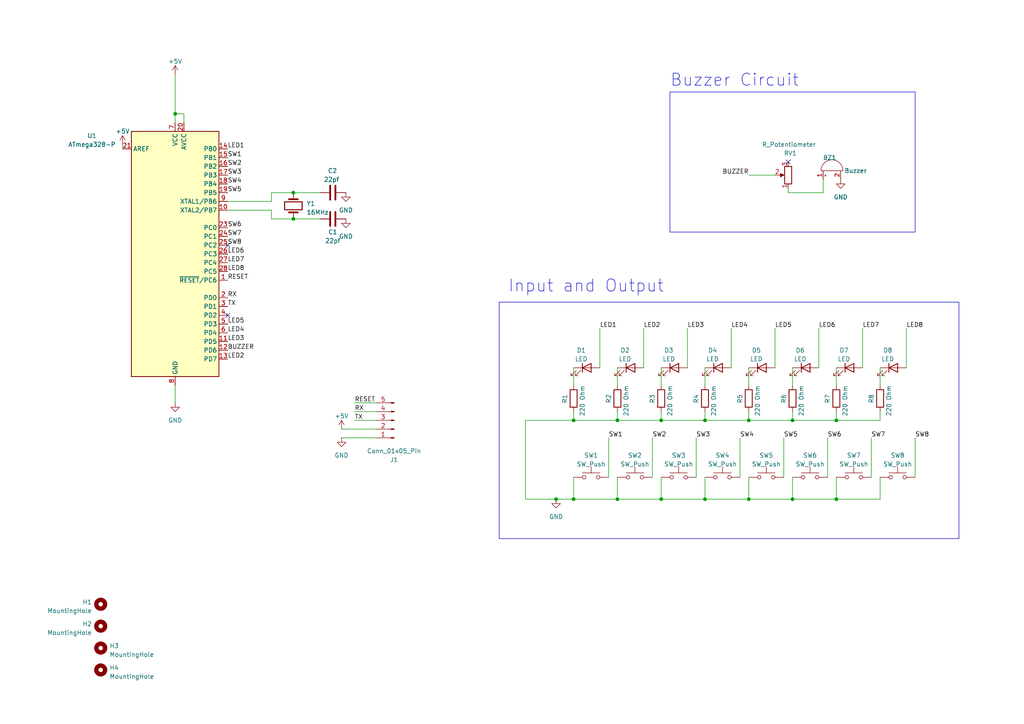
<source format=kicad_sch>
(kicad_sch (version 20230121) (generator eeschema)
  (paper "A4")
  (lib_symbols
    (symbol "Connector:Conn_01x05_Pin" (pin_names (offset 1.016) hide)
      (property "Reference" "J" (at 0 7.62 0))
      (property "Value" "Conn_01x05_Pin" (at 0 -7.62 0))
      (symbol "Conn_01x05_Pin_1_1"
        (polyline (pts (xy 1.27 -5.08) (xy 0.8636 -5.08)) (stroke (width 0.1524)))
        (polyline (pts (xy 1.27 -2.54) (xy 0.8636 -2.54)) (stroke (width 0.1524)))
        (polyline (pts (xy 1.27 0) (xy 0.8636 0)) (stroke (width 0.1524)))
        (polyline (pts (xy 1.27 2.54) (xy 0.8636 2.54)) (stroke (width 0.1524)))
        (polyline (pts (xy 1.27 5.08) (xy 0.8636 5.08)) (stroke (width 0.1524)))
        (rectangle (start 0.8636 -4.953) (end 0 -5.207) (stroke (width 0.1524)) (fill (type outline)))
        (rectangle (start 0.8636 -2.413) (end 0 -2.667) (stroke (width 0.1524)) (fill (type outline)))
        (rectangle (start 0.8636 0.127) (end 0 -0.127) (stroke (width 0.1524)) (fill (type outline)))
        (rectangle (start 0.8636 2.667) (end 0 2.413) (stroke (width 0.1524)) (fill (type outline)))
        (rectangle (start 0.8636 5.207) (end 0 4.953) (stroke (width 0.1524)) (fill (type outline)))
        (pin passive line (at 5.08 5.08 180) (length 3.81) (name "Pin_1") (number "1"))
        (pin passive line (at 5.08 2.54 180) (length 3.81) (name "Pin_2") (number "2"))
        (pin passive line (at 5.08 0 180) (length 3.81) (name "Pin_3") (number "3"))
        (pin passive line (at 5.08 -2.54 180) (length 3.81) (name "Pin_4") (number "4"))
        (pin passive line (at 5.08 -5.08 180) (length 3.81) (name "Pin_5") (number "5"))
      )
    )
    (symbol "Device:Buzzer" (pin_names (offset 0.0254) hide)
      (property "Reference" "BZ" (at 3.81 1.27 0))
      (property "Value" "Buzzer" (at 3.81 -1.27 0))
      (symbol "Buzzer_0_1"
        (arc (start 0 -3.175) (mid 3.1612 0) (end 0 3.175))
        (polyline (pts (xy -1.651 1.905) (xy -1.143 1.905)))
        (polyline (pts (xy -1.397 2.159) (xy -1.397 1.651)))
        (polyline (pts (xy 0 3.175) (xy 0 -3.175)))
      )
      (symbol "Buzzer_1_1"
        (pin passive line (at -2.54 2.54 0) (length 2.54) (name "-") (number "1"))
        (pin passive line (at -2.54 -2.54 0) (length 2.54) (name "+") (number "2"))
      )
    )
    (symbol "Device:C" (pin_numbers hide) (pin_names (offset 0.254))
      (property "Reference" "C" (at 0.635 2.54 0))
      (property "Value" "C" (at 0.635 -2.54 0))
      (symbol "C_0_1"
        (polyline (pts (xy -2.032 -0.762) (xy 2.032 -0.762)) (stroke (width 0.508)))
        (polyline (pts (xy -2.032 0.762) (xy 2.032 0.762)) (stroke (width 0.508)))
      )
      (symbol "C_1_1"
        (pin passive line (at 0 3.81 270) (length 2.794) (name "~") (number "1"))
        (pin passive line (at 0 -3.81 90) (length 2.794) (name "~") (number "2"))
      )
    )
    (symbol "Device:Crystal" (pin_numbers hide) (pin_names (offset 1.016) hide)
      (property "Reference" "Y" (at 0 3.81 0))
      (property "Value" "Crystal" (at 0 -3.81 0))
      (symbol "Crystal_0_1"
        (rectangle (start -1.143 2.54) (end 1.143 -2.54) (stroke (width 0.3048)))
        (polyline (pts (xy -2.54 0) (xy -1.905 0)))
        (polyline (pts (xy -1.905 -1.27) (xy -1.905 1.27)) (stroke (width 0.508)))
        (polyline (pts (xy 1.905 -1.27) (xy 1.905 1.27)) (stroke (width 0.508)))
        (polyline (pts (xy 2.54 0) (xy 1.905 0)))
      )
      (symbol "Crystal_1_1"
        (pin passive line (at -3.81 0 0) (length 1.27) (name "1") (number "1"))
        (pin passive line (at 3.81 0 180) (length 1.27) (name "2") (number "2"))
      )
    )
    (symbol "Device:LED" (pin_numbers hide) (pin_names (offset 1.016) hide)
      (property "Reference" "D" (at 0 2.54 0))
      (property "Value" "LED" (at 0 -2.54 0))
      (symbol "LED_0_1"
        (polyline (pts (xy -1.27 -1.27) (xy -1.27 1.27)) (stroke (width 0.254)))
        (polyline (pts (xy -1.27 0) (xy 1.27 0)))
        (polyline (pts (xy 1.27 -1.27) (xy 1.27 1.27) (xy -1.27 0) (xy 1.27 -1.27)) (stroke (width 0.254)))
        (polyline (pts (xy -3.048 -0.762) (xy -4.572 -2.286) (xy -3.81 -2.286) (xy -4.572 -2.286) (xy -4.572 -1.524)))
        (polyline (pts (xy -1.778 -0.762) (xy -3.302 -2.286) (xy -2.54 -2.286) (xy -3.302 -2.286) (xy -3.302 -1.524)))
      )
      (symbol "LED_1_1"
        (pin passive line (at -3.81 0 0) (length 2.54) (name "K") (number "1"))
        (pin passive line (at 3.81 0 180) (length 2.54) (name "A") (number "2"))
      )
    )
    (symbol "Device:R" (pin_numbers hide) (pin_names (offset 0))
      (property "Reference" "R" (at 2.032 0 90))
      (property "Value" "R" (at 0 0 90))
      (symbol "R_0_1"
        (rectangle (start -1.016 -2.54) (end 1.016 2.54) (stroke (width 0.254)))
      )
      (symbol "R_1_1"
        (pin passive line (at 0 3.81 270) (length 1.27) (name "~") (number "1"))
        (pin passive line (at 0 -3.81 90) (length 1.27) (name "~") (number "2"))
      )
    )
    (symbol "Device:R_Potentiometer" (pin_names (offset 1.016) hide)
      (property "Reference" "RV" (at -4.445 0 90))
      (property "Value" "R_Potentiometer" (at -2.54 0 90))
      (symbol "R_Potentiometer_0_1"
        (polyline (pts (xy 2.54 0) (xy 1.524 0)))
        (polyline (pts (xy 1.143 0) (xy 2.286 0.508) (xy 2.286 -0.508) (xy 1.143 0)) (fill (type outline)))
        (rectangle (start 1.016 2.54) (end -1.016 -2.54) (stroke (width 0.254)))
      )
      (symbol "R_Potentiometer_1_1"
        (pin passive line (at 0 3.81 270) (length 1.27) (name "1") (number "1"))
        (pin passive line (at 3.81 0 180) (length 1.27) (name "2") (number "2"))
        (pin passive line (at 0 -3.81 90) (length 1.27) (name "3") (number "3"))
      )
    )
    (symbol "MCU_Microchip_ATmega:ATmega328-P"
      (property "Reference" "U" (at -12.7 36.83 0))
      (property "Value" "ATmega328-P" (at 2.54 -36.83 0))
      (symbol "ATmega328-P_0_1"
        (rectangle (start -12.7 -35.56) (end 12.7 35.56) (stroke (width 0.254)) (fill (type background)))
      )
      (symbol "ATmega328-P_1_1"
        (pin bidirectional line (at 15.24 -7.62 180) (length 2.54) (name "~{RESET}/PC6") (number "1"))
        (pin bidirectional line (at 15.24 12.7 180) (length 2.54) (name "XTAL2/PB7") (number "10"))
        (pin bidirectional line (at 15.24 -25.4 180) (length 2.54) (name "PD5") (number "11"))
        (pin bidirectional line (at 15.24 -27.94 180) (length 2.54) (name "PD6") (number "12"))
        (pin bidirectional line (at 15.24 -30.48 180) (length 2.54) (name "PD7") (number "13"))
        (pin bidirectional line (at 15.24 30.48 180) (length 2.54) (name "PB0") (number "14"))
        (pin bidirectional line (at 15.24 27.94 180) (length 2.54) (name "PB1") (number "15"))
        (pin bidirectional line (at 15.24 25.4 180) (length 2.54) (name "PB2") (number "16"))
        (pin bidirectional line (at 15.24 22.86 180) (length 2.54) (name "PB3") (number "17"))
        (pin bidirectional line (at 15.24 20.32 180) (length 2.54) (name "PB4") (number "18"))
        (pin bidirectional line (at 15.24 17.78 180) (length 2.54) (name "PB5") (number "19"))
        (pin bidirectional line (at 15.24 -12.7 180) (length 2.54) (name "PD0") (number "2"))
        (pin power_in line (at 2.54 38.1 270) (length 2.54) (name "AVCC") (number "20"))
        (pin passive line (at -15.24 30.48 0) (length 2.54) (name "AREF") (number "21"))
        (pin passive line (at 0 -38.1 90) (length 2.54) hide (name "GND") (number "22"))
        (pin bidirectional line (at 15.24 7.62 180) (length 2.54) (name "PC0") (number "23"))
        (pin bidirectional line (at 15.24 5.08 180) (length 2.54) (name "PC1") (number "24"))
        (pin bidirectional line (at 15.24 2.54 180) (length 2.54) (name "PC2") (number "25"))
        (pin bidirectional line (at 15.24 0 180) (length 2.54) (name "PC3") (number "26"))
        (pin bidirectional line (at 15.24 -2.54 180) (length 2.54) (name "PC4") (number "27"))
        (pin bidirectional line (at 15.24 -5.08 180) (length 2.54) (name "PC5") (number "28"))
        (pin bidirectional line (at 15.24 -15.24 180) (length 2.54) (name "PD1") (number "3"))
        (pin bidirectional line (at 15.24 -17.78 180) (length 2.54) (name "PD2") (number "4"))
        (pin bidirectional line (at 15.24 -20.32 180) (length 2.54) (name "PD3") (number "5"))
        (pin bidirectional line (at 15.24 -22.86 180) (length 2.54) (name "PD4") (number "6"))
        (pin power_in line (at 0 38.1 270) (length 2.54) (name "VCC") (number "7"))
        (pin power_in line (at 0 -38.1 90) (length 2.54) (name "GND") (number "8"))
        (pin bidirectional line (at 15.24 15.24 180) (length 2.54) (name "XTAL1/PB6") (number "9"))
      )
    )
    (symbol "Mechanical:MountingHole" (pin_names (offset 1.016))
      (property "Reference" "H" (at 0 5.08 0))
      (property "Value" "MountingHole" (at 0 3.175 0))
      (symbol "MountingHole_0_1"
        (circle (center 0 0) (radius 1.27) (stroke (width 1.27)))
      )
    )
    (symbol "Switch:SW_Push" (pin_numbers hide) (pin_names (offset 1.016) hide)
      (property "Reference" "SW" (at 1.27 2.54 0))
      (property "Value" "SW_Push" (at 0 -1.524 0))
      (symbol "SW_Push_0_1"
        (circle (center -2.032 0) (radius 0.508))
        (polyline (pts (xy 0 1.27) (xy 0 3.048)))
        (polyline (pts (xy 2.54 1.27) (xy -2.54 1.27)))
        (circle (center 2.032 0) (radius 0.508))
        (pin passive line (at -5.08 0 0) (length 2.54) (name "1") (number "1"))
        (pin passive line (at 5.08 0 180) (length 2.54) (name "2") (number "2"))
      )
    )
    (symbol "power:+5V" (power) (pin_names (offset 0))
      (property "Value" "+5V" (at 0 3.556 0))
      (symbol "+5V_0_1"
        (polyline (pts (xy -0.762 1.27) (xy 0 2.54)))
        (polyline (pts (xy 0 0) (xy 0 2.54)))
        (polyline (pts (xy 0 2.54) (xy 0.762 1.27)))
      )
      (symbol "+5V_1_1"
        (pin power_in line (at 0 0 90) (length 0) hide (name "+5V") (number "1"))
      )
    )
    (symbol "power:GND" (power) (pin_names (offset 0))
      (property "Value" "GND" (at 0 -3.81 0))
      (symbol "GND_0_1"
        (polyline (pts (xy 0 0) (xy 0 -1.27) (xy 1.27 -1.27) (xy 0 -2.54) (xy -1.27 -1.27) (xy 0 -1.27)))
      )
      (symbol "GND_1_1"
        (pin power_in line (at 0 0 270) (length 0) hide (name "GND") (number "1"))
      )
    )
  )
  (junction (at 229.87 144.78))
  (junction (at 204.47 144.78))
  (junction (at 85.09 63.5))
  (junction (at 217.17 121.92))
  (junction (at 191.77 144.78))
  (junction (at 191.77 121.92))
  (junction (at 166.37 121.92))
  (junction (at 179.07 144.78))
  (junction (at 217.17 144.78))
  (junction (at 50.8 33.02))
  (junction (at 161.29 144.78))
  (junction (at 85.09 55.88))
  (junction (at 242.57 121.92))
  (junction (at 229.87 121.92))
  (junction (at 242.57 144.78))
  (junction (at 166.37 144.78))
  (junction (at 179.07 121.92))
  (junction (at 204.47 121.92))
  (no_connect (at 66.04 71.12))
  (no_connect (at 228.6 46.99))
  (no_connect (at 66.04 91.44))
  (wire (pts (xy 166.37 119.38) (xy 166.37 121.92)))
  (wire (pts (xy 102.87 121.92) (xy 109.22 121.92)))
  (wire (pts (xy 238.76 55.88) (xy 238.76 52.07)))
  (wire (pts (xy 229.87 106.68) (xy 229.87 111.76)))
  (wire (pts (xy 242.57 138.43) (xy 242.57 144.78)))
  (wire (pts (xy 228.6 55.88) (xy 238.76 55.88)))
  (wire (pts (xy 204.47 121.92) (xy 217.17 121.92)))
  (wire (pts (xy 176.53 127) (xy 176.53 138.43)))
  (wire (pts (xy 109.22 124.46) (xy 99.06 124.46)))
  (wire (pts (xy 186.69 95.25) (xy 186.69 106.68)))
  (wire (pts (xy 204.47 106.68) (xy 204.47 111.76)))
  (wire (pts (xy 35.56 41.91) (xy 35.56 43.18)))
  (wire (pts (xy 191.77 144.78) (xy 204.47 144.78)))
  (wire (pts (xy 252.73 127) (xy 252.73 138.43)))
  (wire (pts (xy 66.04 58.42) (xy 78.74 58.42)))
  (wire (pts (xy 85.09 55.88) (xy 92.71 55.88)))
  (wire (pts (xy 99.06 127) (xy 109.22 127)))
  (wire (pts (xy 255.27 138.43) (xy 255.27 144.78)))
  (wire (pts (xy 161.29 144.78) (xy 166.37 144.78)))
  (wire (pts (xy 50.8 33.02) (xy 50.8 35.56)))
  (wire (pts (xy 204.47 119.38) (xy 204.47 121.92)))
  (wire (pts (xy 201.93 127) (xy 201.93 138.43)))
  (wire (pts (xy 217.17 144.78) (xy 229.87 144.78)))
  (wire (pts (xy 78.74 60.96) (xy 78.74 63.5)))
  (wire (pts (xy 152.4 144.78) (xy 161.29 144.78)))
  (wire (pts (xy 250.19 95.25) (xy 250.19 106.68)))
  (wire (pts (xy 78.74 55.88) (xy 85.09 55.88)))
  (wire (pts (xy 85.09 63.5) (xy 92.71 63.5)))
  (wire (pts (xy 224.79 50.8) (xy 217.17 50.8)))
  (wire (pts (xy 189.23 127) (xy 189.23 138.43)))
  (wire (pts (xy 214.63 138.43) (xy 214.63 127)))
  (wire (pts (xy 237.49 106.68) (xy 237.49 95.25)))
  (wire (pts (xy 191.77 138.43) (xy 191.77 144.78)))
  (wire (pts (xy 102.87 116.84) (xy 109.22 116.84)))
  (wire (pts (xy 179.07 138.43) (xy 179.07 144.78)))
  (wire (pts (xy 229.87 138.43) (xy 229.87 144.78)))
  (wire (pts (xy 179.07 106.68) (xy 179.07 111.76)))
  (wire (pts (xy 191.77 121.92) (xy 204.47 121.92)))
  (wire (pts (xy 199.39 95.25) (xy 199.39 106.68)))
  (wire (pts (xy 229.87 121.92) (xy 242.57 121.92)))
  (wire (pts (xy 152.4 121.92) (xy 166.37 121.92)))
  (wire (pts (xy 66.04 60.96) (xy 78.74 60.96)))
  (wire (pts (xy 179.07 119.38) (xy 179.07 121.92)))
  (wire (pts (xy 53.34 35.56) (xy 53.34 33.02)))
  (wire (pts (xy 102.87 119.38) (xy 109.22 119.38)))
  (wire (pts (xy 212.09 95.25) (xy 212.09 106.68)))
  (wire (pts (xy 255.27 119.38) (xy 255.27 121.92)))
  (wire (pts (xy 229.87 119.38) (xy 229.87 121.92)))
  (wire (pts (xy 242.57 144.78) (xy 255.27 144.78)))
  (wire (pts (xy 228.6 54.61) (xy 228.6 55.88)))
  (wire (pts (xy 242.57 119.38) (xy 242.57 121.92)))
  (wire (pts (xy 191.77 119.38) (xy 191.77 121.92)))
  (wire (pts (xy 78.74 63.5) (xy 85.09 63.5)))
  (wire (pts (xy 166.37 138.43) (xy 166.37 144.78)))
  (wire (pts (xy 50.8 21.59) (xy 50.8 33.02)))
  (wire (pts (xy 204.47 138.43) (xy 204.47 144.78)))
  (wire (pts (xy 255.27 106.68) (xy 255.27 111.76)))
  (wire (pts (xy 179.07 144.78) (xy 166.37 144.78)))
  (wire (pts (xy 227.33 127) (xy 227.33 138.43)))
  (wire (pts (xy 78.74 58.42) (xy 78.74 55.88)))
  (wire (pts (xy 240.03 127) (xy 240.03 138.43)))
  (wire (pts (xy 50.8 116.84) (xy 50.8 111.76)))
  (wire (pts (xy 224.79 95.25) (xy 224.79 106.68)))
  (wire (pts (xy 173.99 95.25) (xy 173.99 106.68)))
  (wire (pts (xy 179.07 121.92) (xy 191.77 121.92)))
  (wire (pts (xy 191.77 106.68) (xy 191.77 111.76)))
  (wire (pts (xy 179.07 144.78) (xy 191.77 144.78)))
  (wire (pts (xy 217.17 121.92) (xy 229.87 121.92)))
  (wire (pts (xy 262.89 95.25) (xy 262.89 106.68)))
  (wire (pts (xy 204.47 144.78) (xy 217.17 144.78)))
  (wire (pts (xy 152.4 121.92) (xy 152.4 144.78)))
  (wire (pts (xy 242.57 121.92) (xy 255.27 121.92)))
  (wire (pts (xy 229.87 144.78) (xy 242.57 144.78)))
  (wire (pts (xy 166.37 106.68) (xy 166.37 111.76)))
  (wire (pts (xy 242.57 106.68) (xy 242.57 111.76)))
  (wire (pts (xy 217.17 138.43) (xy 217.17 144.78)))
  (wire (pts (xy 217.17 119.38) (xy 217.17 121.92)))
  (wire (pts (xy 50.8 33.02) (xy 53.34 33.02)))
  (wire (pts (xy 166.37 121.92) (xy 179.07 121.92)))
  (wire (pts (xy 217.17 106.68) (xy 217.17 111.76)))
  (wire (pts (xy 265.43 127) (xy 265.43 138.43)))
  (rectangle (start 144.78 87.63) (end 278.13 156.21))
  (rectangle (start 194.31 26.67) (end 265.43 67.31))
  (text "Input and Output" (at 147.32 85.09 0) (effects (font (size 3.5 3.5)) (justify left bottom)))
  (text "Buzzer Circuit " (at 194.31 25.4 0) (effects (font (size 3.5 3.5)) (justify left bottom)))
  (label "SW6" (at 66.04 66.04 0))
  (label "LED8" (at 66.04 78.74 0))
  (label "LED7" (at 250.19 95.25 0))
  (label "SW7" (at 66.04 68.58 0))
  (label "SW5" (at 227.33 127 0))
  (label "TX" (at 66.04 88.9 0))
  (label "LED4" (at 212.09 95.25 0))
  (label "RESET" (at 102.87 116.84 0))
  (label "SW1" (at 176.53 127 0))
  (label "BUZZER" (at 217.17 50.8 180))
  (label "LED7" (at 66.04 76.2 0))
  (label "RX" (at 102.87 119.38 0))
  (label "SW5" (at 66.04 55.88 0))
  (label "LED8" (at 262.89 95.25 0))
  (label "SW8" (at 265.43 127 0))
  (label "LED2" (at 66.04 104.14 0))
  (label "RESET" (at 66.04 81.28 0))
  (label "SW1" (at 66.04 45.72 0))
  (label "TX" (at 102.87 121.92 0))
  (label "SW3" (at 66.04 50.8 0))
  (label "LED2" (at 186.69 95.25 0))
  (label "SW6" (at 240.03 127 0))
  (label "SW4" (at 214.63 127 0))
  (label "LED1" (at 66.04 43.18 0))
  (label "LED5" (at 224.79 95.25 0))
  (label "SW8" (at 66.04 71.12 0))
  (label "LED5" (at 66.04 93.98 0))
  (label "BUZZER" (at 66.04 101.6 0))
  (label "LED1" (at 173.99 95.25 0))
  (label "LED3" (at 199.39 95.25 0))
  (label "SW2" (at 66.04 48.26 0))
  (label "SW3" (at 201.93 127 0))
  (label "SW2" (at 189.23 127 0))
  (label "LED3" (at 66.04 99.06 0))
  (label "RX" (at 66.04 86.36 0))
  (label "SW7" (at 252.73 127 0))
  (label "SW4" (at 66.04 53.34 0))
  (label "LED6" (at 237.49 95.25 0))
  (label "LED4" (at 66.04 96.52 0))
  (label "LED6" (at 66.04 73.66 0))
  (symbol (lib_id "Mechanical:MountingHole") (at 29.21 187.96 0) (unit 1)
    (property "Reference" "H3" (at 31.75 187.325 0) (effects (justify left)))
    (property "Value" "MountingHole" (at 31.75 189.865 0) (effects (justify left)))
    (property "Footprint" "MountingHole:MountingHole_2.5mm_Pad" (effects hide))
  )
  (symbol (lib_id "Device:LED") (at 208.28 106.68 0) (unit 1)
    (property "Reference" "D4" (at 206.6925 101.6 0))
    (property "Value" "LED" (at 206.6925 104.14 0))
    (property "Footprint" "LED_THT:LED_D3.0mm" (effects hide))
  )
  (symbol (lib_id "Switch:SW_Push") (at 184.15 138.43 0) (unit 1)
    (property "Reference" "SW2" (at 184.15 132.08 0))
    (property "Value" "SW_Push" (at 184.15 134.62 0))
    (property "Footprint" "Button_Switch_THT:SW_PUSH_6mm" (effects hide))
  )
  (symbol (lib_id "power:GND") (at 100.33 63.5 0) (unit 1)
    (property "Reference" "#PWR011" (effects hide))
    (property "Value" "GND" (at 100.33 68.58 0))
  )
  (symbol (lib_id "power:GND") (at 100.33 55.88 0) (unit 1)
    (property "Reference" "#PWR010" (effects hide))
    (property "Value" "GND" (at 100.33 60.96 0))
  )
  (symbol (lib_id "Device:Crystal") (at 85.09 59.69 90) (unit 1)
    (property "Reference" "Y1" (at 88.9 59.055 90) (effects (justify right)))
    (property "Value" "16MHz " (at 88.9 61.595 90) (effects (justify right)))
    (property "Footprint" "Crystal:Crystal_HC49-4H_Vertical" (effects hide))
  )
  (symbol (lib_id "Device:R") (at 204.47 115.57 180) (unit 1)
    (property "Reference" "R4" (at 201.93 114.3 90) (effects (justify left)))
    (property "Value" "220 Ohm" (at 207.01 111.76 90) (effects (justify left)))
    (property "Footprint" "Resistor_THT:R_Axial_DIN0204_L3.6mm_D1.6mm_P7.62mm_Horizontal" (effects hide))
  )
  (symbol (lib_id "power:GND") (at 99.06 127 0) (unit 1)
    (property "Reference" "#PWR09" (effects hide))
    (property "Value" "GND" (at 99.06 132.08 0))
  )
  (symbol (lib_id "Device:R") (at 255.27 115.57 180) (unit 1)
    (property "Reference" "R8" (at 252.73 114.3 90) (effects (justify left)))
    (property "Value" "220 Ohm" (at 257.81 111.76 90) (effects (justify left)))
    (property "Footprint" "Resistor_THT:R_Axial_DIN0204_L3.6mm_D1.6mm_P7.62mm_Horizontal" (effects hide))
  )
  (symbol (lib_id "Device:Buzzer") (at 241.3 49.53 90) (unit 1)
    (property "Reference" "BZ1" (at 242.57 45.72 90) (effects (justify left)))
    (property "Value" "Buzzer" (at 251.46 49.53 90) (effects (justify left)))
    (property "Footprint" "Buzzer_Beeper:Buzzer_12x9.5RM7.6" (effects hide))
  )
  (symbol (lib_id "Device:LED") (at 259.08 106.68 0) (unit 1)
    (property "Reference" "D8" (at 257.4925 101.6 0))
    (property "Value" "LED" (at 257.4925 104.14 0))
    (property "Footprint" "LED_THT:LED_D3.0mm" (effects hide))
  )
  (symbol (lib_id "Switch:SW_Push") (at 196.85 138.43 0) (unit 1)
    (property "Reference" "SW3" (at 196.85 132.08 0))
    (property "Value" "SW_Push" (at 196.85 134.62 0))
    (property "Footprint" "Button_Switch_THT:SW_PUSH_6mm" (effects hide))
  )
  (symbol (lib_id "power:+5V") (at 99.06 124.46 0) (unit 1)
    (property "Reference" "#PWR08" (effects hide))
    (property "Value" "+5V" (at 99.06 120.65 0))
  )
  (symbol (lib_id "Device:R") (at 229.87 115.57 180) (unit 1)
    (property "Reference" "R6" (at 227.33 114.3 90) (effects (justify left)))
    (property "Value" "220 Ohm" (at 232.41 111.76 90) (effects (justify left)))
    (property "Footprint" "Resistor_THT:R_Axial_DIN0204_L3.6mm_D1.6mm_P7.62mm_Horizontal" (effects hide))
  )
  (symbol (lib_id "Device:LED") (at 246.38 106.68 0) (unit 1)
    (property "Reference" "D7" (at 244.7925 101.6 0))
    (property "Value" "LED" (at 244.7925 104.14 0))
    (property "Footprint" "LED_THT:LED_D3.0mm" (effects hide))
  )
  (symbol (lib_id "Switch:SW_Push") (at 260.35 138.43 0) (unit 1)
    (property "Reference" "SW8" (at 260.35 132.08 0))
    (property "Value" "SW_Push" (at 260.35 134.62 0))
    (property "Footprint" "Button_Switch_THT:SW_PUSH_6mm" (effects hide))
  )
  (symbol (lib_id "Switch:SW_Push") (at 234.95 138.43 0) (unit 1)
    (property "Reference" "SW6" (at 234.95 132.08 0))
    (property "Value" "SW_Push" (at 234.95 134.62 0))
    (property "Footprint" "Button_Switch_THT:SW_PUSH_6mm" (effects hide))
  )
  (symbol (lib_id "power:GND") (at 50.8 116.84 0) (unit 1)
    (property "Reference" "#PWR02" (effects hide))
    (property "Value" "GND" (at 50.8 121.92 0))
  )
  (symbol (lib_id "Device:LED") (at 182.88 106.68 0) (unit 1)
    (property "Reference" "D2" (at 181.2925 101.6 0))
    (property "Value" "LED" (at 181.2925 104.14 0))
    (property "Footprint" "LED_THT:LED_D3.0mm" (effects hide))
  )
  (symbol (lib_id "Device:LED") (at 233.68 106.68 0) (unit 1)
    (property "Reference" "D6" (at 232.0925 101.6 0))
    (property "Value" "LED" (at 232.0925 104.14 0))
    (property "Footprint" "LED_THT:LED_D3.0mm" (effects hide))
  )
  (symbol (lib_id "MCU_Microchip_ATmega:ATmega328-P") (at 50.8 73.66 0) (unit 1)
    (property "Reference" "U1" (at 26.67 39.37 0))
    (property "Value" "ATmega328-P" (at 26.67 41.91 0))
    (property "Footprint" "Package_DIP:DIP-28_W7.62mm" (effects hide))
    (property "Datasheet" "http://ww1.microchip.com/downloads/en/DeviceDoc/ATmega328_P%20AVR%20MCU%20with%20picoPower%20Technology%20Data%20Sheet%2040001984A.pdf" (effects hide))
  )
  (symbol (lib_id "Device:R_Potentiometer") (at 228.6 50.8 180) (unit 1)
    (property "Reference" "RV1" (at 227.33 44.45 0) (effects (justify right)))
    (property "Value" "R_Potentiometer" (at 220.98 41.91 0) (effects (justify right)))
    (property "Footprint" "Potentiometer_THT:Potentiometer_ACP_CA9-H5_Horizontal" (effects hide))
  )
  (symbol (lib_id "Device:LED") (at 195.58 106.68 0) (unit 1)
    (property "Reference" "D3" (at 193.9925 101.6 0))
    (property "Value" "LED" (at 193.9925 104.14 0))
    (property "Footprint" "LED_THT:LED_D3.0mm" (effects hide))
  )
  (symbol (lib_id "Device:LED") (at 170.18 106.68 0) (unit 1)
    (property "Reference" "D1" (at 168.5925 101.6 0))
    (property "Value" "LED" (at 168.5925 104.14 0))
    (property "Footprint" "LED_THT:LED_D3.0mm" (effects hide))
  )
  (symbol (lib_id "power:+5V") (at 50.8 21.59 0) (unit 1)
    (property "Reference" "#PWR03" (effects hide))
    (property "Value" "+5V" (at 50.8 17.78 0))
  )
  (symbol (lib_id "Mechanical:MountingHole") (at 29.21 181.61 0) (mirror y) (unit 1)
    (property "Reference" "H2" (at 26.67 180.975 0) (effects (justify left)))
    (property "Value" "MountingHole" (at 26.67 183.515 0) (effects (justify left)))
    (property "Footprint" "MountingHole:MountingHole_2.5mm_Pad" (effects hide))
  )
  (symbol (lib_id "Switch:SW_Push") (at 247.65 138.43 0) (unit 1)
    (property "Reference" "SW7" (at 247.65 132.08 0))
    (property "Value" "SW_Push" (at 247.65 134.62 0))
    (property "Footprint" "Button_Switch_THT:SW_PUSH_6mm" (effects hide))
  )
  (symbol (lib_id "Device:R") (at 217.17 115.57 180) (unit 1)
    (property "Reference" "R5" (at 214.63 114.3 90) (effects (justify left)))
    (property "Value" "220 Ohm" (at 219.71 111.76 90) (effects (justify left)))
    (property "Footprint" "Resistor_THT:R_Axial_DIN0204_L3.6mm_D1.6mm_P7.62mm_Horizontal" (effects hide))
  )
  (symbol (lib_id "Device:R") (at 242.57 115.57 180) (unit 1)
    (property "Reference" "R7" (at 240.03 114.3 90) (effects (justify left)))
    (property "Value" "220 Ohm" (at 245.11 111.76 90) (effects (justify left)))
    (property "Footprint" "Resistor_THT:R_Axial_DIN0204_L3.6mm_D1.6mm_P7.62mm_Horizontal" (effects hide))
  )
  (symbol (lib_id "Mechanical:MountingHole") (at 29.21 194.31 0) (unit 1)
    (property "Reference" "H4" (at 31.75 193.675 0) (effects (justify left)))
    (property "Value" "MountingHole" (at 31.75 196.215 0) (effects (justify left)))
    (property "Footprint" "MountingHole:MountingHole_2.5mm_Pad" (effects hide))
  )
  (symbol (lib_id "Device:LED") (at 220.98 106.68 0) (unit 1)
    (property "Reference" "D5" (at 219.3925 101.6 0))
    (property "Value" "LED" (at 219.3925 104.14 0))
    (property "Footprint" "LED_THT:LED_D3.0mm" (effects hide))
  )
  (symbol (lib_id "power:GND") (at 243.84 52.07 0) (unit 1)
    (property "Reference" "#PWR05" (effects hide))
    (property "Value" "GND" (at 243.84 57.15 0))
  )
  (symbol (lib_id "power:GND") (at 161.29 144.78 0) (unit 1)
    (property "Reference" "#PWR01" (effects hide))
    (property "Value" "GND" (at 161.29 149.86 0))
  )
  (symbol (lib_id "Switch:SW_Push") (at 171.45 138.43 0) (unit 1)
    (property "Reference" "SW1" (at 171.45 132.08 0))
    (property "Value" "SW_Push" (at 171.45 134.62 0))
    (property "Footprint" "Button_Switch_THT:SW_PUSH_6mm" (effects hide))
  )
  (symbol (lib_id "Device:C") (at 96.52 55.88 90) (unit 1)
    (property "Reference" "C2" (at 97.79 49.53 90) (effects (justify left)))
    (property "Value" "22pf" (at 98.425 52.07 90) (effects (justify left)))
    (property "Footprint" "Capacitor_THT:C_Disc_D5.0mm_W2.5mm_P2.50mm" (effects hide))
  )
  (symbol (lib_id "Mechanical:MountingHole") (at 29.21 175.26 0) (mirror y) (unit 1)
    (property "Reference" "H1" (at 26.67 174.625 0) (effects (justify left)))
    (property "Value" "MountingHole" (at 26.67 177.165 0) (effects (justify left)))
    (property "Footprint" "MountingHole:MountingHole_2.5mm_Pad" (effects hide))
  )
  (symbol (lib_id "Switch:SW_Push") (at 209.55 138.43 0) (unit 1)
    (property "Reference" "SW4" (at 209.55 132.08 0))
    (property "Value" "SW_Push" (at 209.55 134.62 0))
    (property "Footprint" "Button_Switch_THT:SW_PUSH_6mm" (effects hide))
  )
  (symbol (lib_id "Device:R") (at 191.77 115.57 180) (unit 1)
    (property "Reference" "R3" (at 189.23 114.3 90) (effects (justify left)))
    (property "Value" "220 Ohm" (at 194.31 111.76 90) (effects (justify left)))
    (property "Footprint" "Resistor_THT:R_Axial_DIN0204_L3.6mm_D1.6mm_P7.62mm_Horizontal" (effects hide))
  )
  (symbol (lib_id "power:+5V") (at 35.56 41.91 0) (unit 1)
    (property "Reference" "#PWR04" (effects hide))
    (property "Value" "+5V" (at 35.56 38.1 0))
  )
  (symbol (lib_id "Connector:Conn_01x05_Pin") (at 114.3 121.92 180) (unit 1)
    (property "Reference" "J1" (at 114.3 133.35 0))
    (property "Value" "Conn_01x05_Pin" (at 114.3 130.81 0))
    (property "Footprint" "Connector_PinHeader_2.54mm:PinHeader_1x05_P2.54mm_Vertical" (effects hide))
  )
  (symbol (lib_id "Device:R") (at 166.37 115.57 180) (unit 1)
    (property "Reference" "R1" (at 163.83 114.3 90) (effects (justify left)))
    (property "Value" "220 Ohm" (at 168.91 111.76 90) (effects (justify left)))
    (property "Footprint" "Resistor_THT:R_Axial_DIN0204_L3.6mm_D1.6mm_P7.62mm_Horizontal" (effects hide))
  )
  (symbol (lib_id "Switch:SW_Push") (at 222.25 138.43 0) (unit 1)
    (property "Reference" "SW5" (at 222.25 132.08 0))
    (property "Value" "SW_Push" (at 222.25 134.62 0))
    (property "Footprint" "Button_Switch_THT:SW_PUSH_6mm" (effects hide))
  )
  (symbol (lib_id "Device:R") (at 179.07 115.57 180) (unit 1)
    (property "Reference" "R2" (at 176.53 114.3 90) (effects (justify left)))
    (property "Value" "220 Ohm" (at 181.61 111.76 90) (effects (justify left)))
    (property "Footprint" "Resistor_THT:R_Axial_DIN0204_L3.6mm_D1.6mm_P7.62mm_Horizontal" (effects hide))
  )
  (symbol (lib_id "Device:C") (at 96.52 63.5 90) (unit 1)
    (property "Reference" "C1" (at 96.52 67.31 90))
    (property "Value" "22pf" (at 96.52 69.85 90))
    (property "Footprint" "Capacitor_THT:C_Disc_D5.0mm_W2.5mm_P2.50mm" (effects hide))
  )
)
</source>
